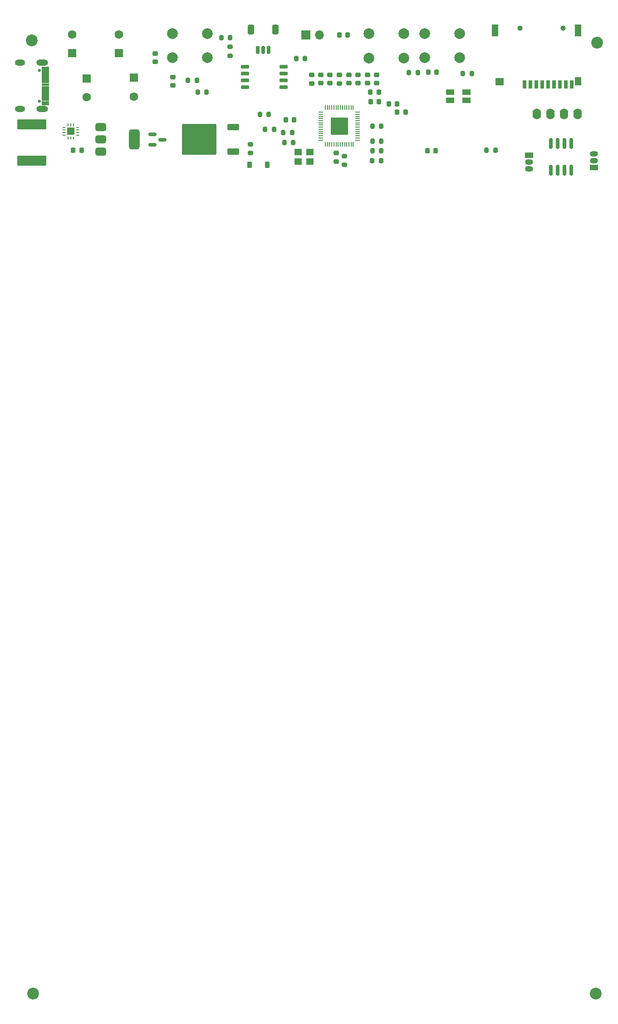
<source format=gbr>
%TF.GenerationSoftware,KiCad,Pcbnew,8.0.8*%
%TF.CreationDate,2025-01-24T13:29:28+05:30*%
%TF.ProjectId,heatPlate,68656174-506c-4617-9465-2e6b69636164,rev?*%
%TF.SameCoordinates,Original*%
%TF.FileFunction,Soldermask,Top*%
%TF.FilePolarity,Negative*%
%FSLAX46Y46*%
G04 Gerber Fmt 4.6, Leading zero omitted, Abs format (unit mm)*
G04 Created by KiCad (PCBNEW 8.0.8) date 2025-01-24 13:29:28*
%MOMM*%
%LPD*%
G01*
G04 APERTURE LIST*
G04 Aperture macros list*
%AMRoundRect*
0 Rectangle with rounded corners*
0 $1 Rounding radius*
0 $2 $3 $4 $5 $6 $7 $8 $9 X,Y pos of 4 corners*
0 Add a 4 corners polygon primitive as box body*
4,1,4,$2,$3,$4,$5,$6,$7,$8,$9,$2,$3,0*
0 Add four circle primitives for the rounded corners*
1,1,$1+$1,$2,$3*
1,1,$1+$1,$4,$5*
1,1,$1+$1,$6,$7*
1,1,$1+$1,$8,$9*
0 Add four rect primitives between the rounded corners*
20,1,$1+$1,$2,$3,$4,$5,0*
20,1,$1+$1,$4,$5,$6,$7,0*
20,1,$1+$1,$6,$7,$8,$9,0*
20,1,$1+$1,$8,$9,$2,$3,0*%
G04 Aperture macros list end*
%ADD10C,0.010000*%
%ADD11RoundRect,0.200000X0.200000X0.275000X-0.200000X0.275000X-0.200000X-0.275000X0.200000X-0.275000X0*%
%ADD12R,1.400000X1.200000*%
%ADD13RoundRect,0.225000X-0.225000X-0.250000X0.225000X-0.250000X0.225000X0.250000X-0.225000X0.250000X0*%
%ADD14R,0.177800X0.609600*%
%ADD15R,0.609600X0.177800*%
%ADD16R,1.447800X1.447800*%
%ADD17RoundRect,0.225000X0.250000X-0.225000X0.250000X0.225000X-0.250000X0.225000X-0.250000X-0.225000X0*%
%ADD18RoundRect,0.200000X-0.275000X0.200000X-0.275000X-0.200000X0.275000X-0.200000X0.275000X0.200000X0*%
%ADD19RoundRect,0.200000X-0.200000X-0.275000X0.200000X-0.275000X0.200000X0.275000X-0.200000X0.275000X0*%
%ADD20C,2.000000*%
%ADD21RoundRect,0.225000X0.225000X0.250000X-0.225000X0.250000X-0.225000X-0.250000X0.225000X-0.250000X0*%
%ADD22R,1.700000X1.700000*%
%ADD23O,1.700000X1.700000*%
%ADD24RoundRect,0.225000X-0.225000X-0.375000X0.225000X-0.375000X0.225000X0.375000X-0.225000X0.375000X0*%
%ADD25C,2.200000*%
%ADD26RoundRect,0.225000X-0.250000X0.225000X-0.250000X-0.225000X0.250000X-0.225000X0.250000X0.225000X0*%
%ADD27RoundRect,0.150000X-0.150000X0.825000X-0.150000X-0.825000X0.150000X-0.825000X0.150000X0.825000X0*%
%ADD28O,1.600000X2.000000*%
%ADD29R,1.500000X1.050000*%
%ADD30O,1.500000X1.050000*%
%ADD31RoundRect,0.250000X-2.475000X0.712500X-2.475000X-0.712500X2.475000X-0.712500X2.475000X0.712500X0*%
%ADD32R,1.500000X1.100000*%
%ADD33RoundRect,0.250000X0.850000X0.350000X-0.850000X0.350000X-0.850000X-0.350000X0.850000X-0.350000X0*%
%ADD34RoundRect,0.249997X2.950003X2.650003X-2.950003X2.650003X-2.950003X-2.650003X2.950003X-2.650003X0*%
%ADD35RoundRect,0.150000X-0.587500X-0.150000X0.587500X-0.150000X0.587500X0.150000X-0.587500X0.150000X0*%
%ADD36RoundRect,0.375000X-0.625000X-0.375000X0.625000X-0.375000X0.625000X0.375000X-0.625000X0.375000X0*%
%ADD37RoundRect,0.500000X-0.500000X-1.400000X0.500000X-1.400000X0.500000X1.400000X-0.500000X1.400000X0*%
%ADD38RoundRect,0.050000X-0.387500X-0.050000X0.387500X-0.050000X0.387500X0.050000X-0.387500X0.050000X0*%
%ADD39RoundRect,0.050000X-0.050000X-0.387500X0.050000X-0.387500X0.050000X0.387500X-0.050000X0.387500X0*%
%ADD40RoundRect,0.144000X-1.456000X-1.456000X1.456000X-1.456000X1.456000X1.456000X-1.456000X1.456000X0*%
%ADD41RoundRect,0.150000X-0.650000X-0.150000X0.650000X-0.150000X0.650000X0.150000X-0.650000X0.150000X0*%
%ADD42C,0.600000*%
%ADD43O,2.204000X1.104000*%
%ADD44O,1.904000X1.104000*%
%ADD45RoundRect,0.150000X0.150000X0.625000X-0.150000X0.625000X-0.150000X-0.625000X0.150000X-0.625000X0*%
%ADD46RoundRect,0.250000X0.350000X0.650000X-0.350000X0.650000X-0.350000X-0.650000X0.350000X-0.650000X0*%
%ADD47C,1.000000*%
%ADD48R,0.700000X1.600000*%
%ADD49R,1.200000X1.600000*%
%ADD50R,1.200000X2.200000*%
%ADD51R,1.600000X1.400000*%
%ADD52R,1.600000X1.600000*%
%ADD53C,1.600000*%
G04 APERTURE END LIST*
D10*
%TO.C,J4*%
X68370000Y-55400000D02*
X67130000Y-55400000D01*
X67130000Y-54700000D01*
X68370000Y-54700000D01*
X68370000Y-55400000D01*
G36*
X68370000Y-55400000D02*
G01*
X67130000Y-55400000D01*
X67130000Y-54700000D01*
X68370000Y-54700000D01*
X68370000Y-55400000D01*
G37*
X68370000Y-56200000D02*
X67130000Y-56200000D01*
X67130000Y-55500000D01*
X68370000Y-55500000D01*
X68370000Y-56200000D01*
G36*
X68370000Y-56200000D02*
G01*
X67130000Y-56200000D01*
X67130000Y-55500000D01*
X68370000Y-55500000D01*
X68370000Y-56200000D01*
G37*
X68370000Y-56700000D02*
X67130000Y-56700000D01*
X67130000Y-56300000D01*
X68370000Y-56300000D01*
X68370000Y-56700000D01*
G36*
X68370000Y-56700000D02*
G01*
X67130000Y-56700000D01*
X67130000Y-56300000D01*
X68370000Y-56300000D01*
X68370000Y-56700000D01*
G37*
X68370000Y-57200000D02*
X67130000Y-57200000D01*
X67130000Y-56800000D01*
X68370000Y-56800000D01*
X68370000Y-57200000D01*
G36*
X68370000Y-57200000D02*
G01*
X67130000Y-57200000D01*
X67130000Y-56800000D01*
X68370000Y-56800000D01*
X68370000Y-57200000D01*
G37*
X68370000Y-57700000D02*
X67130000Y-57700000D01*
X67130000Y-57300000D01*
X68370000Y-57300000D01*
X68370000Y-57700000D01*
G36*
X68370000Y-57700000D02*
G01*
X67130000Y-57700000D01*
X67130000Y-57300000D01*
X68370000Y-57300000D01*
X68370000Y-57700000D01*
G37*
X68370000Y-58200000D02*
X67130000Y-58200000D01*
X67130000Y-57800000D01*
X68370000Y-57800000D01*
X68370000Y-58200000D01*
G36*
X68370000Y-58200000D02*
G01*
X67130000Y-58200000D01*
X67130000Y-57800000D01*
X68370000Y-57800000D01*
X68370000Y-58200000D01*
G37*
X68370000Y-58700000D02*
X67130000Y-58700000D01*
X67130000Y-58300000D01*
X68370000Y-58300000D01*
X68370000Y-58700000D01*
G36*
X68370000Y-58700000D02*
G01*
X67130000Y-58700000D01*
X67130000Y-58300000D01*
X68370000Y-58300000D01*
X68370000Y-58700000D01*
G37*
X68370000Y-59200000D02*
X67130000Y-59200000D01*
X67130000Y-58800000D01*
X68370000Y-58800000D01*
X68370000Y-59200000D01*
G36*
X68370000Y-59200000D02*
G01*
X67130000Y-59200000D01*
X67130000Y-58800000D01*
X68370000Y-58800000D01*
X68370000Y-59200000D01*
G37*
X68370000Y-59700000D02*
X67130000Y-59700000D01*
X67130000Y-59300000D01*
X68370000Y-59300000D01*
X68370000Y-59700000D01*
G36*
X68370000Y-59700000D02*
G01*
X67130000Y-59700000D01*
X67130000Y-59300000D01*
X68370000Y-59300000D01*
X68370000Y-59700000D01*
G37*
X68370000Y-60200000D02*
X67130000Y-60200000D01*
X67130000Y-59800000D01*
X68370000Y-59800000D01*
X68370000Y-60200000D01*
G36*
X68370000Y-60200000D02*
G01*
X67130000Y-60200000D01*
X67130000Y-59800000D01*
X68370000Y-59800000D01*
X68370000Y-60200000D01*
G37*
X68370000Y-61000000D02*
X67130000Y-61000000D01*
X67130000Y-60300000D01*
X68370000Y-60300000D01*
X68370000Y-61000000D01*
G36*
X68370000Y-61000000D02*
G01*
X67130000Y-61000000D01*
X67130000Y-60300000D01*
X68370000Y-60300000D01*
X68370000Y-61000000D01*
G37*
X68370000Y-61800000D02*
X67130000Y-61800000D01*
X67130000Y-61100000D01*
X68370000Y-61100000D01*
X68370000Y-61800000D01*
G36*
X68370000Y-61800000D02*
G01*
X67130000Y-61800000D01*
X67130000Y-61100000D01*
X68370000Y-61100000D01*
X68370000Y-61800000D01*
G37*
%TD*%
D11*
%TO.C,R9*%
X150100000Y-70250000D03*
X151750000Y-70250000D03*
%TD*%
D12*
%TO.C,Y1*%
X117100000Y-72350000D03*
X114900000Y-72350000D03*
X114900000Y-70650000D03*
X117100000Y-70650000D03*
%TD*%
D13*
%TO.C,C4*%
X129975000Y-59400000D03*
X128425000Y-59400000D03*
%TD*%
D14*
%TO.C,U4*%
X71994601Y-67994600D03*
X72494600Y-67994600D03*
X72994599Y-67994600D03*
D15*
X73739200Y-67500001D03*
X73739200Y-67000000D03*
X73739200Y-66500000D03*
X73739200Y-65999999D03*
D14*
X72994599Y-65505400D03*
X72494600Y-65505400D03*
X71994601Y-65505400D03*
D15*
X71250000Y-65999999D03*
X71250000Y-66500000D03*
X71250000Y-67000000D03*
X71250000Y-67500001D03*
D16*
X72494600Y-66750000D03*
%TD*%
D17*
%TO.C,C18*%
X117500000Y-56250000D03*
X117500000Y-57800000D03*
%TD*%
D13*
%TO.C,C7*%
X134975000Y-63200000D03*
X133425000Y-63200000D03*
%TD*%
D18*
%TO.C,R12*%
X102200000Y-52625000D03*
X102200000Y-50975000D03*
%TD*%
D13*
%TO.C,C8*%
X133375000Y-61600000D03*
X131825000Y-61600000D03*
%TD*%
D17*
%TO.C,C15*%
X122630000Y-56250000D03*
X122630000Y-57800000D03*
%TD*%
D19*
%TO.C,R7*%
X116225000Y-53200000D03*
X114575000Y-53200000D03*
%TD*%
D11*
%TO.C,R1*%
X112175000Y-67000000D03*
X113825000Y-67000000D03*
%TD*%
D20*
%TO.C,SW2*%
X138550000Y-48500000D03*
X145050000Y-48500000D03*
X138550000Y-53000000D03*
X145050000Y-53000000D03*
%TD*%
D21*
%TO.C,C2*%
X139225000Y-55750000D03*
X140775000Y-55750000D03*
%TD*%
D22*
%TO.C,J1*%
X116400000Y-48800000D03*
D23*
X118940000Y-48800000D03*
%TD*%
D19*
%TO.C,R15*%
X109450000Y-63600000D03*
X107800000Y-63600000D03*
%TD*%
%TO.C,R18*%
X130425000Y-68600000D03*
X128775000Y-68600000D03*
%TD*%
D24*
%TO.C,D1*%
X105850000Y-73000000D03*
X109150000Y-73000000D03*
%TD*%
D13*
%TO.C,C6*%
X140575000Y-70400000D03*
X139025000Y-70400000D03*
%TD*%
D19*
%TO.C,R4*%
X147325000Y-56000000D03*
X145675000Y-56000000D03*
%TD*%
D25*
%TO.C,H2*%
X65250000Y-49750000D03*
%TD*%
D26*
%TO.C,C17*%
X91600000Y-58175000D03*
X91600000Y-56625000D03*
%TD*%
D17*
%TO.C,C12*%
X124380000Y-56225000D03*
X124380000Y-57775000D03*
%TD*%
D27*
%TO.C,TEMP2*%
X165905000Y-69025000D03*
X164635000Y-69025000D03*
X163365000Y-69025000D03*
X162095000Y-69025000D03*
X162095000Y-73975000D03*
X163365000Y-73975000D03*
X164635000Y-73975000D03*
X165905000Y-73975000D03*
%TD*%
D18*
%TO.C,R10*%
X106000000Y-70825000D03*
X106000000Y-69175000D03*
%TD*%
D20*
%TO.C,SW1*%
X128150000Y-48550000D03*
X134650000Y-48550000D03*
X128150000Y-53050000D03*
X134650000Y-53050000D03*
%TD*%
D19*
%TO.C,R16*%
X130400000Y-72200000D03*
X128750000Y-72200000D03*
%TD*%
D11*
%TO.C,R8*%
X94375000Y-57250000D03*
X96025000Y-57250000D03*
%TD*%
D17*
%TO.C,C24*%
X129600000Y-56225000D03*
X129600000Y-57775000D03*
%TD*%
D13*
%TO.C,C3*%
X124175000Y-48800000D03*
X122625000Y-48800000D03*
%TD*%
D28*
%TO.C,OLED1*%
X167080000Y-63500000D03*
X164540000Y-63500000D03*
X162000000Y-63500000D03*
X159460000Y-63500000D03*
%TD*%
D20*
%TO.C,SW3*%
X91500000Y-48500000D03*
X98000000Y-48500000D03*
X91500000Y-53000000D03*
X98000000Y-53000000D03*
%TD*%
D21*
%TO.C,C1*%
X112625000Y-64600000D03*
X114175000Y-64600000D03*
%TD*%
D19*
%TO.C,R3*%
X137250000Y-55800000D03*
X135600000Y-55800000D03*
%TD*%
D11*
%TO.C,R5*%
X96175000Y-59400000D03*
X97825000Y-59400000D03*
%TD*%
D17*
%TO.C,C10*%
X88250000Y-52225000D03*
X88250000Y-53775000D03*
%TD*%
D29*
%TO.C,TEMP3*%
X170160000Y-73470000D03*
D30*
X170160000Y-72200000D03*
X170160000Y-70930000D03*
%TD*%
D11*
%TO.C,R2*%
X112375000Y-68800000D03*
X114025000Y-68800000D03*
%TD*%
D26*
%TO.C,C5*%
X122000000Y-72375000D03*
X122000000Y-70825000D03*
%TD*%
D11*
%TO.C,R13*%
X100600000Y-49250000D03*
X102250000Y-49250000D03*
%TD*%
D17*
%TO.C,C23*%
X126130000Y-56225000D03*
X126130000Y-57775000D03*
%TD*%
D19*
%TO.C,R14*%
X110425000Y-66400000D03*
X108775000Y-66400000D03*
%TD*%
D18*
%TO.C,R11*%
X123600000Y-73025000D03*
X123600000Y-71375000D03*
%TD*%
D25*
%TO.C,H1*%
X170750000Y-50250000D03*
%TD*%
D19*
%TO.C,R17*%
X130425000Y-70400000D03*
X128775000Y-70400000D03*
%TD*%
D29*
%TO.C,TEMP1*%
X158000000Y-71230000D03*
D30*
X158000000Y-72500000D03*
X158000000Y-73770000D03*
%TD*%
D31*
%TO.C,F1*%
X65200000Y-65412500D03*
X65200000Y-72187500D03*
%TD*%
D32*
%TO.C,LED1*%
X143300000Y-59450000D03*
X146300000Y-59450000D03*
X146300000Y-60950000D03*
X143300000Y-60950000D03*
%TD*%
D33*
%TO.C,Q2*%
X102800000Y-70530000D03*
D34*
X96500000Y-68250000D03*
D33*
X102800000Y-65970000D03*
%TD*%
D11*
%TO.C,R6*%
X128775000Y-65800000D03*
X130425000Y-65800000D03*
%TD*%
D13*
%TO.C,C9*%
X130025000Y-61250000D03*
X128475000Y-61250000D03*
%TD*%
D35*
%TO.C,Q1*%
X87750000Y-67350000D03*
X87750000Y-69250000D03*
X89625000Y-68300000D03*
%TD*%
D25*
%TO.C,H3*%
X170480000Y-227610000D03*
%TD*%
%TO.C,H4*%
X65480000Y-227610000D03*
%TD*%
D36*
%TO.C,U3*%
X78100000Y-65950000D03*
X78100000Y-68250000D03*
D37*
X84400000Y-68250000D03*
D36*
X78100000Y-70550000D03*
%TD*%
D38*
%TO.C,U2*%
X119175000Y-63175000D03*
X119175000Y-63575000D03*
X119175000Y-63975000D03*
X119175000Y-64375000D03*
X119175000Y-64775000D03*
X119175000Y-65175000D03*
X119175000Y-65575000D03*
X119175000Y-65975000D03*
X119175000Y-66375000D03*
X119175000Y-66775000D03*
X119175000Y-67175000D03*
X119175000Y-67575000D03*
X119175000Y-67975000D03*
X119175000Y-68375000D03*
D39*
X120012500Y-69212500D03*
X120412500Y-69212500D03*
X120812500Y-69212500D03*
X121212500Y-69212500D03*
X121612500Y-69212500D03*
X122012500Y-69212500D03*
X122412500Y-69212500D03*
X122812500Y-69212500D03*
X123212500Y-69212500D03*
X123612500Y-69212500D03*
X124012500Y-69212500D03*
X124412500Y-69212500D03*
X124812500Y-69212500D03*
X125212500Y-69212500D03*
D38*
X126050000Y-68375000D03*
X126050000Y-67975000D03*
X126050000Y-67575000D03*
X126050000Y-67175000D03*
X126050000Y-66775000D03*
X126050000Y-66375000D03*
X126050000Y-65975000D03*
X126050000Y-65575000D03*
X126050000Y-65175000D03*
X126050000Y-64775000D03*
X126050000Y-64375000D03*
X126050000Y-63975000D03*
X126050000Y-63575000D03*
X126050000Y-63175000D03*
D39*
X125212500Y-62337500D03*
X124812500Y-62337500D03*
X124412500Y-62337500D03*
X124012500Y-62337500D03*
X123612500Y-62337500D03*
X123212500Y-62337500D03*
X122812500Y-62337500D03*
X122412500Y-62337500D03*
X122012500Y-62337500D03*
X121612500Y-62337500D03*
X121212500Y-62337500D03*
X120812500Y-62337500D03*
X120412500Y-62337500D03*
X120012500Y-62337500D03*
D40*
X122612500Y-65775000D03*
%TD*%
D41*
%TO.C,U1*%
X105000000Y-54695000D03*
X105000000Y-55965000D03*
X105000000Y-57235000D03*
X105000000Y-58505000D03*
X112200000Y-58505000D03*
X112200000Y-57235000D03*
X112200000Y-55965000D03*
X112200000Y-54695000D03*
%TD*%
D42*
%TO.C,J4*%
X66680000Y-55360000D03*
X66680000Y-61140000D03*
D43*
X67170000Y-53925000D03*
X67170000Y-62575000D03*
D44*
X63000000Y-53925000D03*
X63000000Y-62575000D03*
%TD*%
D45*
%TO.C,J3*%
X109400000Y-51600000D03*
X108400000Y-51600000D03*
X107400000Y-51600000D03*
D46*
X110700000Y-47725000D03*
X106100000Y-47725000D03*
%TD*%
D47*
%TO.C,J2*%
X164350000Y-47500000D03*
X156350000Y-47500000D03*
D48*
X157150000Y-58000000D03*
X158250000Y-58000000D03*
X159350000Y-58000000D03*
X160450000Y-58000000D03*
X161550000Y-58000000D03*
X162650000Y-58000000D03*
X163750000Y-58000000D03*
X164850000Y-58000000D03*
X165950000Y-58000000D03*
D49*
X167150000Y-57400000D03*
D50*
X167150000Y-47900000D03*
X151650000Y-47900000D03*
D51*
X152550000Y-57500000D03*
%TD*%
D17*
%TO.C,C22*%
X119130000Y-57750000D03*
X119130000Y-56200000D03*
%TD*%
%TO.C,C21*%
X120880000Y-57775000D03*
X120880000Y-56225000D03*
%TD*%
%TO.C,C20*%
X127880000Y-57750000D03*
X127880000Y-56200000D03*
%TD*%
D21*
%TO.C,C19*%
X74525000Y-70250000D03*
X72975000Y-70250000D03*
%TD*%
D52*
%TO.C,C16*%
X72750000Y-52152651D03*
D53*
X72750000Y-48652651D03*
%TD*%
D52*
%TO.C,C14*%
X81500000Y-52152651D03*
D53*
X81500000Y-48652651D03*
%TD*%
D52*
%TO.C,C13*%
X75500000Y-56900000D03*
D53*
X75500000Y-60400000D03*
%TD*%
D52*
%TO.C,C11*%
X84250000Y-56750000D03*
D53*
X84250000Y-60250000D03*
%TD*%
M02*

</source>
